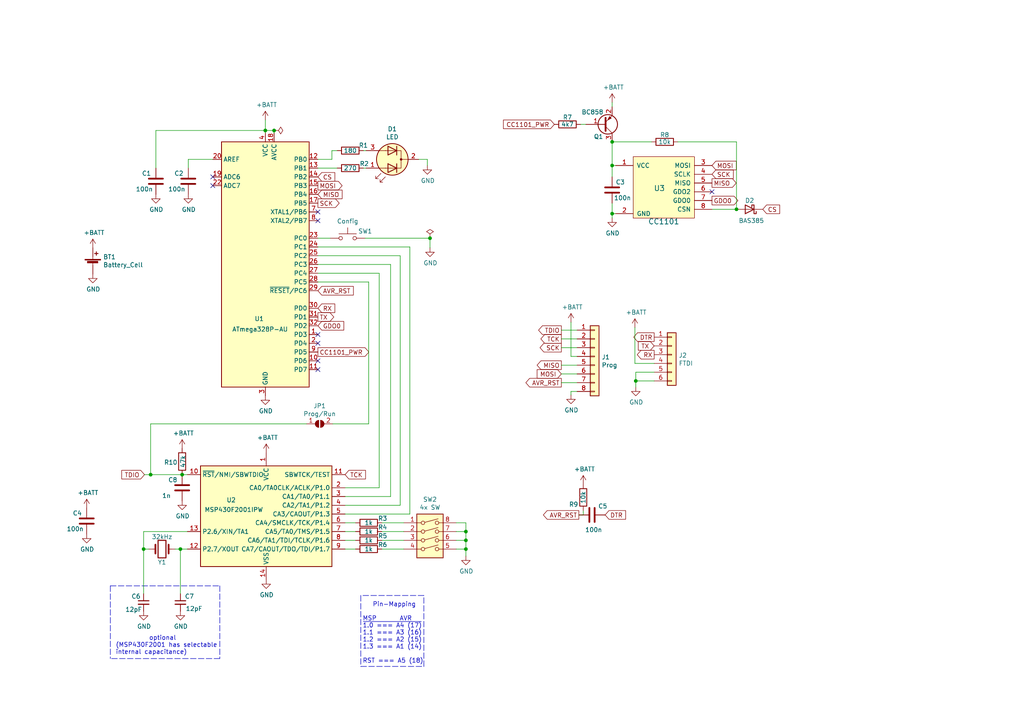
<source format=kicad_sch>
(kicad_sch (version 20210621) (generator eeschema)
  (paper "A4")
  (lib_symbols
    (symbol "Connector_Generic:Conn_01x06" (pin_names (offset 1.016) hide)
      (property "Reference" "J" (at 0 7.62 0))
      (property "Value" "Connector_Generic_Conn_01x06" (at 0 -10.16 0))
      (symbol "Conn_01x06_1_1"
        (rectangle (start -1.27 -7.493) (end 0 -7.747) (stroke (width 0.1524)))
        (rectangle (start -1.27 -4.953) (end 0 -5.207) (stroke (width 0.1524)))
        (rectangle (start -1.27 -2.413) (end 0 -2.667) (stroke (width 0.1524)))
        (rectangle (start -1.27 0.127) (end 0 -0.127) (stroke (width 0.1524)))
        (rectangle (start -1.27 2.667) (end 0 2.413) (stroke (width 0.1524)))
        (rectangle (start -1.27 5.207) (end 0 4.953) (stroke (width 0.1524)))
        (rectangle (start -1.27 6.35) (end 1.27 -8.89) (stroke (width 0.254)) (fill (type background)))
        (pin passive line (at -5.08 5.08 0) (length 3.81) (name "Pin_1") (number "1"))
        (pin passive line (at -5.08 2.54 0) (length 3.81) (name "Pin_2") (number "2"))
        (pin passive line (at -5.08 0 0) (length 3.81) (name "Pin_3") (number "3"))
        (pin passive line (at -5.08 -2.54 0) (length 3.81) (name "Pin_4") (number "4"))
        (pin passive line (at -5.08 -5.08 0) (length 3.81) (name "Pin_5") (number "5"))
        (pin passive line (at -5.08 -7.62 0) (length 3.81) (name "Pin_6") (number "6"))
      )
    )
    (symbol "Connector_Generic:Conn_01x08" (pin_names (offset 1.016) hide)
      (property "Reference" "J" (at 0 10.16 0))
      (property "Value" "Connector_Generic_Conn_01x08" (at 0 -12.7 0))
      (symbol "Conn_01x08_1_1"
        (rectangle (start -1.27 -10.033) (end 0 -10.287) (stroke (width 0.1524)))
        (rectangle (start -1.27 -7.493) (end 0 -7.747) (stroke (width 0.1524)))
        (rectangle (start -1.27 -4.953) (end 0 -5.207) (stroke (width 0.1524)))
        (rectangle (start -1.27 -2.413) (end 0 -2.667) (stroke (width 0.1524)))
        (rectangle (start -1.27 0.127) (end 0 -0.127) (stroke (width 0.1524)))
        (rectangle (start -1.27 2.667) (end 0 2.413) (stroke (width 0.1524)))
        (rectangle (start -1.27 5.207) (end 0 4.953) (stroke (width 0.1524)))
        (rectangle (start -1.27 7.747) (end 0 7.493) (stroke (width 0.1524)))
        (rectangle (start -1.27 8.89) (end 1.27 -11.43) (stroke (width 0.254)) (fill (type background)))
        (pin passive line (at -5.08 7.62 0) (length 3.81) (name "Pin_1") (number "1"))
        (pin passive line (at -5.08 5.08 0) (length 3.81) (name "Pin_2") (number "2"))
        (pin passive line (at -5.08 2.54 0) (length 3.81) (name "Pin_3") (number "3"))
        (pin passive line (at -5.08 0 0) (length 3.81) (name "Pin_4") (number "4"))
        (pin passive line (at -5.08 -2.54 0) (length 3.81) (name "Pin_5") (number "5"))
        (pin passive line (at -5.08 -5.08 0) (length 3.81) (name "Pin_6") (number "6"))
        (pin passive line (at -5.08 -7.62 0) (length 3.81) (name "Pin_7") (number "7"))
        (pin passive line (at -5.08 -10.16 0) (length 3.81) (name "Pin_8") (number "8"))
      )
    )
    (symbol "Device:Battery_Cell" (pin_numbers hide) (pin_names (offset 0) hide)
      (property "Reference" "BT" (at 2.54 2.54 0))
      (property "Value" "Device_Battery_Cell" (at 2.54 0 0))
      (symbol "Battery_Cell_0_1"
        (rectangle (start -2.286 1.778) (end 2.286 1.524) (fill (type outline)))
        (rectangle (start -1.5748 1.1938) (end 1.4732 0.6858) (fill (type outline)))
        (polyline (pts (xy 0 0.762) (xy 0 0)))
        (polyline (pts (xy 0 1.778) (xy 0 2.54)))
        (polyline (pts (xy 0.508 3.429) (xy 1.524 3.429)) (stroke (width 0.254)))
        (polyline (pts (xy 1.016 3.937) (xy 1.016 2.921)) (stroke (width 0.254)))
      )
      (symbol "Battery_Cell_1_1"
        (pin passive line (at 0 5.08 270) (length 2.54) (name "+") (number "1"))
        (pin passive line (at 0 -2.54 90) (length 2.54) (name "-") (number "2"))
      )
    )
    (symbol "Device:C" (pin_numbers hide) (pin_names (offset 0.254))
      (property "Reference" "C" (at 0.635 2.54 0))
      (property "Value" "Device_C" (at 0.635 -2.54 0))
      (symbol "C_0_1"
        (polyline (pts (xy -2.032 -0.762) (xy 2.032 -0.762)) (stroke (width 0.508)))
        (polyline (pts (xy -2.032 0.762) (xy 2.032 0.762)) (stroke (width 0.508)))
      )
      (symbol "C_1_1"
        (pin passive line (at 0 3.81 270) (length 2.794) (name "~") (number "1"))
        (pin passive line (at 0 -3.81 90) (length 2.794) (name "~") (number "2"))
      )
    )
    (symbol "Device:C_Small" (pin_numbers hide) (pin_names (offset 0.254) hide)
      (property "Reference" "C" (at 0.254 1.778 0))
      (property "Value" "Device_C_Small" (at 0.254 -2.032 0))
      (symbol "C_Small_0_1"
        (polyline (pts (xy -1.524 -0.508) (xy 1.524 -0.508)) (stroke (width 0.3302)))
        (polyline (pts (xy -1.524 0.508) (xy 1.524 0.508)) (stroke (width 0.3048)))
      )
      (symbol "C_Small_1_1"
        (pin passive line (at 0 2.54 270) (length 2.032) (name "~") (number "1"))
        (pin passive line (at 0 -2.54 90) (length 2.032) (name "~") (number "2"))
      )
    )
    (symbol "Device:Crystal" (pin_numbers hide) (pin_names (offset 1.016) hide)
      (property "Reference" "Y" (at 0 3.81 0))
      (property "Value" "Device_Crystal" (at 0 -3.81 0))
      (symbol "Crystal_0_1"
        (rectangle (start -1.143 2.54) (end 1.143 -2.54) (stroke (width 0.3048)))
        (polyline (pts (xy -2.54 0) (xy -1.905 0)))
        (polyline (pts (xy -1.905 -1.27) (xy -1.905 1.27)) (stroke (width 0.508)))
        (polyline (pts (xy 1.905 -1.27) (xy 1.905 1.27)) (stroke (width 0.508)))
        (polyline (pts (xy 2.54 0) (xy 1.905 0)))
      )
      (symbol "Crystal_1_1"
        (pin passive line (at -3.81 0 0) (length 1.27) (name "1") (number "1"))
        (pin passive line (at 3.81 0 180) (length 1.27) (name "2") (number "2"))
      )
    )
    (symbol "Device:LED_Dual_ACA" (pin_names (offset 0) hide)
      (property "Reference" "D" (at 0 5.715 0))
      (property "Value" "Device_LED_Dual_ACA" (at 0 -6.35 0))
      (symbol "LED_Dual_ACA_0_1"
        (circle (center -2.54 0) (radius 0.2794) (fill (type outline)))
        (polyline (pts (xy -4.572 0) (xy -2.54 0)))
        (polyline (pts (xy -1.27 -1.27) (xy -1.27 -3.81)) (stroke (width 0.254)))
        (polyline (pts (xy -1.27 1.27) (xy -1.27 3.81)) (stroke (width 0.254)))
        (polyline (pts (xy 3.81 -2.54) (xy 1.905 -2.54)))
        (polyline (pts (xy 3.81 2.54) (xy 1.905 2.54)))
        (polyline (pts (xy 1.27 -3.81) (xy 1.27 -1.27) (xy -1.27 -2.54) (xy 1.27 -3.81)) (stroke (width 0.254)))
        (polyline (pts (xy 1.27 1.27) (xy 1.27 3.81) (xy -1.27 2.54) (xy 1.27 1.27)) (stroke (width 0.254)))
        (polyline (pts (xy 2.032 2.54) (xy -2.54 2.54) (xy -2.54 -2.54) (xy 2.032 -2.54)))
        (polyline (pts (xy 2.032 5.08) (xy 3.556 6.604) (xy 2.794 6.604) (xy 3.556 6.604) (xy 3.556 5.842)))
        (polyline (pts (xy 3.302 4.064) (xy 4.826 5.588) (xy 4.064 5.588) (xy 4.826 5.588) (xy 4.826 4.826)))
        (circle (center 0 0) (radius 4.572) (stroke (width 0.254)) (fill (type background)))
      )
      (symbol "LED_Dual_ACA_1_1"
        (pin input line (at 7.62 2.54 180) (length 3.81) (name "A1") (number "1"))
        (pin input line (at -7.62 0 0) (length 3.048) (name "K") (number "2"))
        (pin input line (at 7.62 -2.54 180) (length 3.81) (name "A2") (number "3"))
      )
    )
    (symbol "Device:R" (pin_numbers hide) (pin_names (offset 0))
      (property "Reference" "R" (at 2.032 0 90))
      (property "Value" "Device_R" (at 0 0 90))
      (symbol "R_0_1"
        (rectangle (start -1.016 -2.54) (end 1.016 2.54) (stroke (width 0.254)))
      )
      (symbol "R_1_1"
        (pin passive line (at 0 3.81 270) (length 1.27) (name "~") (number "1"))
        (pin passive line (at 0 -3.81 90) (length 1.27) (name "~") (number "2"))
      )
    )
    (symbol "Diode:1N5711UR" (pin_numbers hide) (pin_names (offset 1.016) hide)
      (property "Reference" "D" (at 0 2.54 0))
      (property "Value" "Diode_1N5711UR" (at 0 -2.54 0))
      (symbol "1N5711UR_0_1"
        (polyline (pts (xy 1.27 0) (xy -1.27 0)))
        (polyline (pts (xy 1.27 1.27) (xy 1.27 -1.27) (xy -1.27 0) (xy 1.27 1.27)) (stroke (width 0.254)))
        (polyline (pts (xy -1.905 0.635) (xy -1.905 1.27) (xy -1.27 1.27) (xy -1.27 -1.27) (xy -0.635 -1.27) (xy -0.635 -0.635)) (stroke (width 0.254)))
      )
      (symbol "1N5711UR_1_1"
        (pin passive line (at -3.81 0 0) (length 2.54) (name "K") (number "1"))
        (pin passive line (at 3.81 0 180) (length 2.54) (name "A") (number "2"))
      )
    )
    (symbol "Jumper:SolderJumper_2_Open" (pin_names (offset 0) hide)
      (property "Reference" "JP" (at 0 2.032 0))
      (property "Value" "Jumper_SolderJumper_2_Open" (at 0 -2.54 0))
      (symbol "SolderJumper_2_Open_0_1"
        (arc (start -0.254 1.016) (mid -1.27 0) (end -0.254 -1.016))
        (arc (start -0.254 1.016) (mid -1.27 0) (end -0.254 -1.016) (fill (type outline)))
        (polyline (pts (xy -0.254 1.016) (xy -0.254 -1.016)))
        (polyline (pts (xy 0.254 1.016) (xy 0.254 -1.016)))
        (arc (start 0.254 -1.016) (mid 1.27 0) (end 0.254 1.016))
        (arc (start 0.254 -1.016) (mid 1.27 0) (end 0.254 1.016) (fill (type outline)))
      )
      (symbol "SolderJumper_2_Open_1_1"
        (pin passive line (at -3.81 0 0) (length 2.54) (name "A") (number "1"))
        (pin passive line (at 3.81 0 180) (length 2.54) (name "B") (number "2"))
      )
    )
    (symbol "MCU_Microchip_ATmega:ATmega328P-AU"
      (property "Reference" "U" (at -12.7 36.83 0))
      (property "Value" "MCU_Microchip_ATmega_ATmega328P-AU" (at 2.54 -36.83 0))
      (symbol "ATmega328P-AU_0_1"
        (rectangle (start -12.7 -35.56) (end 12.7 35.56) (stroke (width 0.254)) (fill (type background)))
      )
      (symbol "ATmega328P-AU_1_1"
        (pin bidirectional line (at 15.24 -20.32 180) (length 2.54) (name "PD3") (number "1"))
        (pin bidirectional line (at 15.24 -27.94 180) (length 2.54) (name "PD6") (number "10"))
        (pin bidirectional line (at 15.24 -30.48 180) (length 2.54) (name "PD7") (number "11"))
        (pin bidirectional line (at 15.24 30.48 180) (length 2.54) (name "PB0") (number "12"))
        (pin bidirectional line (at 15.24 27.94 180) (length 2.54) (name "PB1") (number "13"))
        (pin bidirectional line (at 15.24 25.4 180) (length 2.54) (name "PB2") (number "14"))
        (pin bidirectional line (at 15.24 22.86 180) (length 2.54) (name "PB3") (number "15"))
        (pin bidirectional line (at 15.24 20.32 180) (length 2.54) (name "PB4") (number "16"))
        (pin bidirectional line (at 15.24 17.78 180) (length 2.54) (name "PB5") (number "17"))
        (pin power_in line (at 2.54 38.1 270) (length 2.54) (name "AVCC") (number "18"))
        (pin input line (at -15.24 25.4 0) (length 2.54) (name "ADC6") (number "19"))
        (pin bidirectional line (at 15.24 -22.86 180) (length 2.54) (name "PD4") (number "2"))
        (pin passive line (at -15.24 30.48 0) (length 2.54) (name "AREF") (number "20"))
        (pin passive line (at 0 -38.1 90) (length 2.54) hide (name "GND") (number "21"))
        (pin input line (at -15.24 22.86 0) (length 2.54) (name "ADC7") (number "22"))
        (pin bidirectional line (at 15.24 7.62 180) (length 2.54) (name "PC0") (number "23"))
        (pin bidirectional line (at 15.24 5.08 180) (length 2.54) (name "PC1") (number "24"))
        (pin bidirectional line (at 15.24 2.54 180) (length 2.54) (name "PC2") (number "25"))
        (pin bidirectional line (at 15.24 0 180) (length 2.54) (name "PC3") (number "26"))
        (pin bidirectional line (at 15.24 -2.54 180) (length 2.54) (name "PC4") (number "27"))
        (pin bidirectional line (at 15.24 -5.08 180) (length 2.54) (name "PC5") (number "28"))
        (pin bidirectional line (at 15.24 -7.62 180) (length 2.54) (name "~{RESET}/PC6") (number "29"))
        (pin power_in line (at 0 -38.1 90) (length 2.54) (name "GND") (number "3"))
        (pin bidirectional line (at 15.24 -12.7 180) (length 2.54) (name "PD0") (number "30"))
        (pin bidirectional line (at 15.24 -15.24 180) (length 2.54) (name "PD1") (number "31"))
        (pin bidirectional line (at 15.24 -17.78 180) (length 2.54) (name "PD2") (number "32"))
        (pin power_in line (at 0 38.1 270) (length 2.54) (name "VCC") (number "4"))
        (pin passive line (at 0 -38.1 90) (length 2.54) hide (name "GND") (number "5"))
        (pin passive line (at 0 38.1 270) (length 2.54) hide (name "VCC") (number "6"))
        (pin bidirectional line (at 15.24 15.24 180) (length 2.54) (name "XTAL1/PB6") (number "7"))
        (pin bidirectional line (at 15.24 12.7 180) (length 2.54) (name "XTAL2/PB7") (number "8"))
        (pin bidirectional line (at 15.24 -25.4 180) (length 2.54) (name "PD5") (number "9"))
      )
    )
    (symbol "MCU_Texas_MSP430:MSP430F2001IPW"
      (property "Reference" "U" (at -15.24 15.24 0))
      (property "Value" "MCU_Texas_MSP430_MSP430F2001IPW" (at 10.16 -16.51 0))
      (symbol "MSP430F2001IPW_0_1"
        (rectangle (start -19.05 13.97) (end 19.05 -15.24) (stroke (width 0.254)) (fill (type background)))
      )
      (symbol "MSP430F2001IPW_1_1"
        (pin power_in line (at 0 17.78 270) (length 3.81) (name "VCC") (number "1"))
        (pin input line (at -22.86 11.43 0) (length 3.81) (name "~{RST}/NMI/SBWTDIO") (number "10"))
        (pin input line (at 22.86 11.43 180) (length 3.81) (name "SBWTCK/TEST") (number "11"))
        (pin bidirectional line (at -22.86 -10.16 0) (length 3.81) (name "P2.7/XOUT") (number "12"))
        (pin bidirectional line (at -22.86 -5.08 0) (length 3.81) (name "P2.6/XIN/TA1") (number "13"))
        (pin power_in line (at 0 -19.05 90) (length 3.81) (name "VSS") (number "14"))
        (pin bidirectional line (at 22.86 7.62 180) (length 3.81) (name "CA0/TA0CLK/ACLK/P1.0") (number "2"))
        (pin bidirectional line (at 22.86 5.08 180) (length 3.81) (name "CA1/TA0/P1.1") (number "3"))
        (pin bidirectional line (at 22.86 2.54 180) (length 3.81) (name "CA2/TA1/P1.2") (number "4"))
        (pin bidirectional line (at 22.86 0 180) (length 3.81) (name "CA3/CAOUT/P1.3") (number "5"))
        (pin bidirectional line (at 22.86 -2.54 180) (length 3.81) (name "CA4/SMCLK/TCK/P1.4") (number "6"))
        (pin bidirectional line (at 22.86 -5.08 180) (length 3.81) (name "CA5/TA0/TMS/P1.5") (number "7"))
        (pin bidirectional line (at 22.86 -7.62 180) (length 3.81) (name "CA6/TA1/TDI/TCLK/P1.6") (number "8"))
        (pin bidirectional line (at 22.86 -10.16 180) (length 3.81) (name "CA7/CAOUT/TDO/TDI/P1.7") (number "9"))
      )
    )
    (symbol "Switch:SW_DIP_x04" (pin_names (offset 0) hide)
      (property "Reference" "SW" (at 0 8.89 0))
      (property "Value" "Switch_SW_DIP_x04" (at 0 -6.35 0))
      (symbol "SW_DIP_x04_0_0"
        (circle (center -2.032 -2.54) (radius 0.508))
        (circle (center -2.032 0) (radius 0.508))
        (circle (center -2.032 2.54) (radius 0.508))
        (circle (center -2.032 5.08) (radius 0.508))
        (polyline (pts (xy -1.524 -2.3876) (xy 2.3622 -1.3462)))
        (polyline (pts (xy -1.524 0.127) (xy 2.3622 1.1684)))
        (polyline (pts (xy -1.524 2.667) (xy 2.3622 3.7084)))
        (polyline (pts (xy -1.524 5.207) (xy 2.3622 6.2484)))
        (circle (center 2.032 -2.54) (radius 0.508))
        (circle (center 2.032 0) (radius 0.508))
        (circle (center 2.032 2.54) (radius 0.508))
        (circle (center 2.032 5.08) (radius 0.508))
      )
      (symbol "SW_DIP_x04_0_1"
        (rectangle (start -3.81 7.62) (end 3.81 -5.08) (stroke (width 0.254)) (fill (type background)))
      )
      (symbol "SW_DIP_x04_1_1"
        (pin passive line (at -7.62 5.08 0) (length 5.08) (name "~") (number "1"))
        (pin passive line (at -7.62 2.54 0) (length 5.08) (name "~") (number "2"))
        (pin passive line (at -7.62 0 0) (length 5.08) (name "~") (number "3"))
        (pin passive line (at -7.62 -2.54 0) (length 5.08) (name "~") (number "4"))
        (pin passive line (at 7.62 -2.54 180) (length 5.08) (name "~") (number "5"))
        (pin passive line (at 7.62 0 180) (length 5.08) (name "~") (number "6"))
        (pin passive line (at 7.62 2.54 180) (length 5.08) (name "~") (number "7"))
        (pin passive line (at 7.62 5.08 180) (length 5.08) (name "~") (number "8"))
      )
    )
    (symbol "Switch:SW_Push" (pin_numbers hide) (pin_names (offset 1.016) hide)
      (property "Reference" "SW" (at 1.27 2.54 0))
      (property "Value" "Switch_SW_Push" (at 0 -1.524 0))
      (symbol "SW_Push_0_1"
        (circle (center -2.032 0) (radius 0.508))
        (polyline (pts (xy 0 1.27) (xy 0 3.048)))
        (polyline (pts (xy 2.54 1.27) (xy -2.54 1.27)))
        (circle (center 2.032 0) (radius 0.508))
        (pin passive line (at -5.08 0 0) (length 2.54) (name "1") (number "1"))
        (pin passive line (at 5.08 0 180) (length 2.54) (name "2") (number "2"))
      )
    )
    (symbol "Transistor_BJT:BC858" (pin_names (offset 0) hide)
      (property "Reference" "Q" (at 5.08 1.905 0))
      (property "Value" "Transistor_BJT_BC858" (at 5.08 0 0))
      (symbol "BC858_0_1"
        (polyline (pts (xy 0.635 0.635) (xy 2.54 2.54)))
        (polyline (pts (xy 0.635 -0.635) (xy 2.54 -2.54) (xy 2.54 -2.54)))
        (polyline (pts (xy 0.635 1.905) (xy 0.635 -1.905) (xy 0.635 -1.905)) (stroke (width 0.508)))
        (polyline (pts (xy 2.286 -1.778) (xy 1.778 -2.286) (xy 1.27 -1.27) (xy 2.286 -1.778) (xy 2.286 -1.778)) (fill (type outline)))
        (circle (center 1.27 0) (radius 2.8194) (stroke (width 0.254)))
      )
      (symbol "BC858_1_1"
        (pin input line (at -5.08 0 0) (length 5.715) (name "B") (number "1"))
        (pin passive line (at 2.54 -5.08 90) (length 2.54) (name "E") (number "2"))
        (pin passive line (at 2.54 5.08 270) (length 2.54) (name "C") (number "3"))
      )
    )
    (symbol "cc1101:CC1101" (pin_names (offset 1.016))
      (property "Reference" "U" (at -1.27 17.78 0))
      (property "Value" "CC1101" (at 10.16 -2.54 0))
      (symbol "CC1101_0_1"
        (rectangle (start -2.54 16.51) (end 15.24 -1.27) (fill (type background)))
      )
      (symbol "CC1101_1_1"
        (pin power_in line (at -7.62 13.97 0) (length 5.08) (name "VCC") (number "1"))
        (pin power_in line (at -7.62 0 0) (length 5.08) (name "GND") (number "2"))
        (pin input line (at 20.32 13.97 180) (length 5.08) (name "MOSI") (number "3"))
        (pin input line (at 20.32 11.43 180) (length 5.08) (name "SCLK") (number "4"))
        (pin output line (at 20.32 8.89 180) (length 5.08) (name "MISO") (number "5"))
        (pin output line (at 20.32 6.35 180) (length 5.08) (name "GDO2") (number "6"))
        (pin output line (at 20.32 3.81 180) (length 5.08) (name "GDO0") (number "7"))
        (pin input line (at 20.32 1.27 180) (length 5.08) (name "CSN") (number "8"))
      )
    )
    (symbol "power:+BATT" (power) (pin_names (offset 0))
      (property "Value" "power_+BATT" (at 0 3.556 0))
      (symbol "+BATT_0_1"
        (polyline (pts (xy -0.762 1.27) (xy 0 2.54)))
        (polyline (pts (xy 0 0) (xy 0 2.54)))
        (polyline (pts (xy 0 2.54) (xy 0.762 1.27)))
      )
      (symbol "+BATT_1_1"
        (pin power_in line (at 0 0 90) (length 0) hide (name "+BATT") (number "1"))
      )
    )
    (symbol "power:GND" (power) (pin_names (offset 0))
      (property "Value" "power_GND" (at 0 -3.81 0))
      (symbol "GND_0_1"
        (polyline (pts (xy 0 0) (xy 0 -1.27) (xy 1.27 -1.27) (xy 0 -2.54) (xy -1.27 -1.27) (xy 0 -1.27)))
      )
      (symbol "GND_1_1"
        (pin power_in line (at 0 0 270) (length 0) hide (name "GND") (number "1"))
      )
    )
    (symbol "power:PWR_FLAG" (power) (pin_numbers hide) (pin_names (offset 0) hide)
      (property "Value" "power_PWR_FLAG" (at 0 3.81 0))
      (symbol "PWR_FLAG_0_0"
        (pin power_out line (at 0 0 90) (length 0) (name "pwr") (number "1"))
      )
      (symbol "PWR_FLAG_0_1"
        (polyline (pts (xy 0 0) (xy 0 1.27) (xy -1.016 1.905) (xy 0 2.54) (xy 1.016 1.905) (xy 0 1.27)))
      )
    )
  )
  (junction (at 135.128 156.718))
  (junction (at 124.714 69.088))
  (junction (at 135.128 159.258))
  (junction (at 184.404 110.49))
  (junction (at 43.688 137.668))
  (junction (at 52.324 159.258))
  (junction (at 177.546 48.006))
  (junction (at 79.502 37.846))
  (junction (at 177.546 61.976))
  (junction (at 177.546 41.148))
  (junction (at 41.656 159.258))
  (junction (at 76.962 37.846))
  (junction (at 52.832 137.668))
  (junction (at 213.614 60.706))
  (junction (at 135.128 154.178))
  (no_connect (at 92.202 107.188))
  (no_connect (at 206.502 55.626))
  (no_connect (at 92.202 99.568))
  (no_connect (at 92.202 97.028))
  (no_connect (at 92.202 61.468))
  (no_connect (at 61.722 53.848))
  (no_connect (at 92.202 64.008))
  (no_connect (at 61.722 51.308))
  (no_connect (at 92.202 104.648))
  (wire (pts (xy 110.744 156.718) (xy 117.094 156.718)))
  (wire (pts (xy 117.094 154.178) (xy 110.744 154.178)))
  (wire (pts (xy 50.8 159.258) (xy 52.324 159.258)))
  (wire (pts (xy 168.402 36.068) (xy 169.926 36.068)))
  (wire (pts (xy 100.076 156.718) (xy 103.124 156.718)))
  (wire (pts (xy 96.266 43.688) (xy 97.79 43.688)))
  (polyline (pts (xy 104.648 193.294) (xy 122.936 193.294)))
  (wire (pts (xy 100.076 141.478) (xy 109.982 141.478)))
  (wire (pts (xy 167.894 149.352) (xy 169.164 149.352)))
  (wire (pts (xy 189.738 107.95) (xy 184.404 107.95)))
  (wire (pts (xy 165.608 93.472) (xy 165.608 103.378)))
  (wire (pts (xy 184.15 94.996) (xy 184.15 105.41)))
  (wire (pts (xy 76.962 37.846) (xy 76.962 38.608)))
  (wire (pts (xy 117.094 159.258) (xy 110.744 159.258)))
  (wire (pts (xy 124.714 69.088) (xy 124.714 71.882)))
  (wire (pts (xy 92.202 76.708) (xy 113.284 76.708)))
  (wire (pts (xy 206.502 60.706) (xy 213.614 60.706)))
  (wire (pts (xy 96.52 122.936) (xy 106.934 122.936)))
  (wire (pts (xy 177.546 48.006) (xy 177.546 51.308)))
  (wire (pts (xy 41.656 159.258) (xy 43.18 159.258)))
  (wire (pts (xy 177.546 41.148) (xy 177.546 48.006)))
  (wire (pts (xy 103.124 154.178) (xy 100.076 154.178)))
  (wire (pts (xy 135.128 159.258) (xy 135.128 156.718)))
  (wire (pts (xy 135.128 159.258) (xy 135.128 161.29)))
  (wire (pts (xy 135.128 151.638) (xy 135.128 154.178)))
  (wire (pts (xy 162.814 110.998) (xy 167.386 110.998)))
  (wire (pts (xy 132.334 159.258) (xy 135.128 159.258)))
  (wire (pts (xy 45.212 37.846) (xy 45.212 48.768)))
  (wire (pts (xy 105.41 43.688) (xy 106.172 43.688)))
  (wire (pts (xy 165.608 103.378) (xy 167.386 103.378)))
  (wire (pts (xy 213.614 60.706) (xy 213.614 41.148)))
  (wire (pts (xy 135.128 154.178) (xy 132.334 154.178)))
  (wire (pts (xy 169.164 149.352) (xy 169.164 148.082)))
  (wire (pts (xy 43.688 122.936) (xy 88.9 122.936)))
  (wire (pts (xy 100.076 146.558) (xy 116.078 146.558)))
  (wire (pts (xy 116.078 146.558) (xy 116.078 74.168)))
  (wire (pts (xy 92.202 71.628) (xy 118.872 71.628)))
  (wire (pts (xy 188.976 41.148) (xy 177.546 41.148)))
  (wire (pts (xy 162.814 108.458) (xy 167.386 108.458)))
  (wire (pts (xy 177.546 29.718) (xy 177.546 30.988)))
  (wire (pts (xy 109.982 141.478) (xy 109.982 79.248)))
  (wire (pts (xy 167.386 113.538) (xy 165.608 113.538)))
  (wire (pts (xy 92.202 69.088) (xy 95.758 69.088)))
  (wire (pts (xy 184.15 105.41) (xy 189.738 105.41)))
  (wire (pts (xy 76.962 37.846) (xy 45.212 37.846)))
  (wire (pts (xy 189.738 110.49) (xy 184.404 110.49)))
  (wire (pts (xy 178.562 61.976) (xy 177.546 61.976)))
  (polyline (pts (xy 122.936 172.72) (xy 104.648 172.72)))
  (wire (pts (xy 123.952 46.228) (xy 123.952 48.006)))
  (wire (pts (xy 177.546 58.928) (xy 177.546 61.976)))
  (wire (pts (xy 100.076 151.638) (xy 103.124 151.638)))
  (wire (pts (xy 113.284 76.708) (xy 113.284 144.018)))
  (wire (pts (xy 162.814 100.838) (xy 167.386 100.838)))
  (wire (pts (xy 121.412 46.228) (xy 123.952 46.228)))
  (wire (pts (xy 41.656 159.258) (xy 41.656 172.212)))
  (wire (pts (xy 105.918 69.088) (xy 124.714 69.088)))
  (wire (pts (xy 52.832 137.668) (xy 43.688 137.668)))
  (wire (pts (xy 92.202 46.228) (xy 96.266 46.228)))
  (wire (pts (xy 184.404 107.95) (xy 184.404 110.49)))
  (polyline (pts (xy 122.936 193.294) (xy 122.936 172.72)))
  (wire (pts (xy 52.832 137.668) (xy 54.356 137.668)))
  (wire (pts (xy 79.502 38.608) (xy 79.502 37.846)))
  (wire (pts (xy 96.266 46.228) (xy 96.266 43.688)))
  (wire (pts (xy 43.688 137.668) (xy 41.91 137.668)))
  (wire (pts (xy 79.502 37.846) (xy 76.962 37.846)))
  (wire (pts (xy 135.128 156.718) (xy 135.128 154.178)))
  (wire (pts (xy 109.982 79.248) (xy 92.202 79.248)))
  (polyline (pts (xy 32.004 169.926) (xy 32.004 191.008)))
  (polyline (pts (xy 32.004 169.926) (xy 63.754 169.926)))
  (polyline (pts (xy 63.754 191.008) (xy 32.004 191.008)))
  (polyline (pts (xy 63.754 169.926) (xy 63.754 191.008)))
  (wire (pts (xy 132.334 151.638) (xy 135.128 151.638)))
  (wire (pts (xy 52.324 159.258) (xy 54.356 159.258)))
  (wire (pts (xy 184.404 110.49) (xy 184.404 112.268)))
  (wire (pts (xy 110.744 151.638) (xy 117.094 151.638)))
  (wire (pts (xy 54.61 46.228) (xy 54.61 48.768)))
  (wire (pts (xy 106.934 122.936) (xy 106.934 81.788)))
  (wire (pts (xy 162.814 105.918) (xy 167.386 105.918)))
  (wire (pts (xy 106.934 81.788) (xy 92.202 81.788)))
  (wire (pts (xy 103.124 159.258) (xy 100.076 159.258)))
  (wire (pts (xy 167.386 98.298) (xy 162.814 98.298)))
  (wire (pts (xy 52.324 172.212) (xy 52.324 159.258)))
  (wire (pts (xy 76.962 34.798) (xy 76.962 37.846)))
  (wire (pts (xy 43.688 137.668) (xy 43.688 122.936)))
  (wire (pts (xy 105.41 48.768) (xy 106.172 48.768)))
  (wire (pts (xy 100.076 149.098) (xy 118.872 149.098)))
  (wire (pts (xy 177.546 48.006) (xy 178.562 48.006)))
  (wire (pts (xy 54.356 154.178) (xy 41.656 154.178)))
  (wire (pts (xy 92.202 48.768) (xy 97.79 48.768)))
  (wire (pts (xy 177.546 61.976) (xy 177.546 63.246)))
  (wire (pts (xy 162.814 95.758) (xy 167.386 95.758)))
  (wire (pts (xy 132.334 156.718) (xy 135.128 156.718)))
  (wire (pts (xy 100.076 144.018) (xy 113.284 144.018)))
  (wire (pts (xy 165.608 113.538) (xy 165.608 114.554)))
  (polyline (pts (xy 104.648 172.72) (xy 104.648 193.294)))
  (wire (pts (xy 61.722 46.228) (xy 54.61 46.228)))
  (wire (pts (xy 41.656 154.178) (xy 41.656 159.258)))
  (wire (pts (xy 118.872 71.628) (xy 118.872 149.098)))
  (wire (pts (xy 116.078 74.168) (xy 92.202 74.168)))
  (wire (pts (xy 213.614 41.148) (xy 196.596 41.148)))
  (text "   Pin-Mapping\n\nMSP       AVR\n~{1.0 === A4 (17)}\n1.1 === A3 (16)\n1.2 === A2 (15)\n1.3 === A1 (14)\n\nRST === A5 (18)" (at 105.156 192.532 0) (effects (font (size 1.27 1.27)) (justify left bottom)))
  (text "          optional\n(MSP430F2001 has selectable \ninternal capacitance)" (at 33.528 189.992 0) (effects (font (size 1.27 1.27)) (justify left bottom)))
  (global_label "AVR_RST" (shape output) (at 167.894 149.352 180) (property "Intersheet References" "${INTERSHEET_REFS}" (effects hide)))
  (global_label "TCK" (shape input) (at 100.076 137.668 0) (property "Intersheet References" "${INTERSHEET_REFS}" (effects hide)))
  (global_label "TCK" (shape output) (at 162.814 98.298 180) (property "Intersheet References" "${INTERSHEET_REFS}" (effects hide)))
  (global_label "CC1101_PWR" (shape output) (at 92.202 102.108 0) (property "Intersheet References" "${INTERSHEET_REFS}" (effects hide)))
  (global_label "TDIO" (shape input) (at 41.91 137.668 180) (property "Intersheet References" "${INTERSHEET_REFS}" (effects hide)))
  (global_label "DTR" (shape input) (at 175.514 149.352 0) (property "Intersheet References" "${INTERSHEET_REFS}" (effects hide)))
  (global_label "CS" (shape input) (at 92.202 51.308 0) (property "Intersheet References" "${INTERSHEET_REFS}" (effects hide)))
  (global_label "MISO" (shape input) (at 92.202 56.388 0) (property "Intersheet References" "${INTERSHEET_REFS}" (effects hide)))
  (global_label "MOSI" (shape input) (at 206.502 48.006 0) (property "Intersheet References" "${INTERSHEET_REFS}" (effects hide)))
  (global_label "SCK" (shape output) (at 162.814 100.838 180) (property "Intersheet References" "${INTERSHEET_REFS}" (effects hide)))
  (global_label "SCK" (shape input) (at 206.502 50.546 0) (property "Intersheet References" "${INTERSHEET_REFS}" (effects hide)))
  (global_label "RX" (shape input) (at 92.202 89.408 0) (property "Intersheet References" "${INTERSHEET_REFS}" (effects hide)))
  (global_label "MOSI" (shape output) (at 92.202 53.848 0) (property "Intersheet References" "${INTERSHEET_REFS}" (effects hide)))
  (global_label "TX" (shape output) (at 92.202 91.948 0) (property "Intersheet References" "${INTERSHEET_REFS}" (effects hide)))
  (global_label "AVR_RST" (shape input) (at 92.202 84.328 0) (property "Intersheet References" "${INTERSHEET_REFS}" (effects hide)))
  (global_label "DTR" (shape output) (at 189.738 97.79 180) (property "Intersheet References" "${INTERSHEET_REFS}" (effects hide)))
  (global_label "TX" (shape input) (at 189.738 100.33 180) (property "Intersheet References" "${INTERSHEET_REFS}" (effects hide)))
  (global_label "TDIO" (shape output) (at 162.814 95.758 180) (property "Intersheet References" "${INTERSHEET_REFS}" (effects hide)))
  (global_label "CC1101_PWR" (shape input) (at 160.782 36.068 180) (property "Intersheet References" "${INTERSHEET_REFS}" (effects hide)))
  (global_label "AVR_RST" (shape output) (at 162.814 110.998 180) (property "Intersheet References" "${INTERSHEET_REFS}" (effects hide)))
  (global_label "RX" (shape output) (at 189.738 102.87 180) (property "Intersheet References" "${INTERSHEET_REFS}" (effects hide)))
  (global_label "MISO" (shape output) (at 206.502 53.086 0) (property "Intersheet References" "${INTERSHEET_REFS}" (effects hide)))
  (global_label "CS" (shape input) (at 221.234 60.706 0) (property "Intersheet References" "${INTERSHEET_REFS}" (effects hide)))
  (global_label "MISO" (shape output) (at 162.814 105.918 180) (property "Intersheet References" "${INTERSHEET_REFS}" (effects hide)))
  (global_label "GDO0" (shape output) (at 206.502 58.166 0) (property "Intersheet References" "${INTERSHEET_REFS}" (effects hide)))
  (global_label "MOSI" (shape input) (at 162.814 108.458 180) (property "Intersheet References" "${INTERSHEET_REFS}" (effects hide)))
  (global_label "GDO0" (shape input) (at 92.202 94.488 0) (property "Intersheet References" "${INTERSHEET_REFS}" (effects hide)))
  (global_label "SCK" (shape output) (at 92.202 58.928 0) (property "Intersheet References" "${INTERSHEET_REFS}" (effects hide)))
  (symbol (lib_id "MCU_Texas_MSP430:MSP430F2001IPW") (at 77.216 149.098 0) (unit 1)
    (property "Reference" "U2" (at 67.056 145.034 0))
    (property "Value" "MSP430F2001IPW" (at 67.818 147.828 0))
    (property "Footprint" "Package_SO:TSSOP-14_4.4x5mm_P0.65mm" (effects hide))
    (property "Datasheet" "http://www.ti.com/lit/ds/symlink/msp430f2001.pdf" (effects hide))
  )
  (symbol (lib_id "MCU_Microchip_ATmega:ATmega328P-AU") (at 76.962 76.708 0) (unit 1)
    (property "Reference" "U1" (at 75.184 92.456 0))
    (property "Value" "ATmega328P-AU" (at 75.438 95.504 0))
    (property "Footprint" "Package_QFP:TQFP-32_7x7mm_P0.8mm" (effects hide))
    (property "Datasheet" "http://ww1.microchip.com/downloads/en/DeviceDoc/ATmega328_P%20AVR%20MCU%20with%20picoPower%20Technology%20Data%20Sheet%2040001984A.pdf" (effects hide))
  )
  (symbol (lib_id "cc1101:CC1101") (at 186.182 61.976 0) (unit 1)
    (property "Reference" "U3" (at 191.262 54.61 0) (effects (font (size 1.524 1.524))))
    (property "Value" "CC1101" (at 192.532 64.262 0) (effects (font (size 1.524 1.524))))
    (property "Footprint" "additional:CC1101_Pads" (effects hide))
  )
  (symbol (lib_id "power:GND") (at 76.962 114.808 0) (unit 1)
    (property "Reference" "#PWR0101" (effects hide))
    (property "Value" "GND" (at 77.089 119.2022 0))
  )
  (symbol (lib_id "power:GND") (at 77.216 168.148 0) (unit 1)
    (property "Reference" "#PWR0102" (effects hide))
    (property "Value" "GND" (at 77.343 172.5422 0))
  )
  (symbol (lib_id "power:GND") (at 177.546 63.246 0) (unit 1)
    (property "Reference" "#PWR0103" (effects hide))
    (property "Value" "GND" (at 177.673 67.6402 0))
  )
  (symbol (lib_id "Device:R") (at 192.786 41.148 270) (unit 1)
    (property "Reference" "R8" (at 192.786 39.116 90))
    (property "Value" "10k" (at 192.786 41.148 90))
    (property "Footprint" "Resistor_SMD:R_0805_2012Metric_Pad1.15x1.40mm_HandSolder" (effects hide))
  )
  (symbol (lib_id "Connector_Generic:Conn_01x08") (at 172.466 103.378 0) (unit 1)
    (property "Reference" "J1" (at 174.498 103.5812 0) (effects (justify left)))
    (property "Value" "Prog" (at 174.498 105.8926 0) (effects (justify left)))
    (property "Footprint" "Connector_PinHeader_2.00mm:PinHeader_1x08_P2.00mm_Vertical" (effects hide))
  )
  (symbol (lib_id "power:GND") (at 165.608 114.554 0) (unit 1)
    (property "Reference" "#PWR0114" (effects hide))
    (property "Value" "GND" (at 165.735 118.9482 0))
  )
  (symbol (lib_id "power:+BATT") (at 165.608 93.472 0) (unit 1)
    (property "Reference" "#PWR0115" (effects hide))
    (property "Value" "+BATT" (at 165.989 89.0778 0))
  )
  (symbol (lib_id "power:+BATT") (at 76.962 34.798 0) (unit 1)
    (property "Reference" "#PWR0105" (effects hide))
    (property "Value" "+BATT" (at 77.343 30.4038 0))
  )
  (symbol (lib_id "Device:C") (at 54.61 52.578 0) (unit 1)
    (property "Reference" "C2" (at 50.546 50.292 0) (effects (justify left)))
    (property "Value" "100n" (at 48.768 54.864 0) (effects (justify left)))
    (property "Footprint" "Capacitor_SMD:C_0805_2012Metric_Pad1.15x1.40mm_HandSolder" (effects hide))
  )
  (symbol (lib_id "power:GND") (at 54.61 56.388 0) (unit 1)
    (property "Reference" "#PWR0106" (effects hide))
    (property "Value" "GND" (at 54.737 60.7822 0))
  )
  (symbol (lib_id "Device:C") (at 45.212 52.578 0) (unit 1)
    (property "Reference" "C1" (at 41.148 50.292 0) (effects (justify left)))
    (property "Value" "100n" (at 39.37 54.864 0) (effects (justify left)))
    (property "Footprint" "Capacitor_SMD:C_0805_2012Metric_Pad1.15x1.40mm_HandSolder" (effects hide))
  )
  (symbol (lib_id "power:GND") (at 45.212 56.388 0) (unit 1)
    (property "Reference" "#PWR0107" (effects hide))
    (property "Value" "GND" (at 45.339 60.7822 0))
  )
  (symbol (lib_id "Device:R") (at 101.6 43.688 270) (unit 1)
    (property "Reference" "R1" (at 105.41 42.164 90))
    (property "Value" "180" (at 101.6 43.688 90))
    (property "Footprint" "Resistor_SMD:R_0805_2012Metric_Pad1.15x1.40mm_HandSolder" (effects hide))
  )
  (symbol (lib_id "Device:R") (at 101.6 48.768 270) (unit 1)
    (property "Reference" "R2" (at 105.664 47.498 90))
    (property "Value" "270" (at 101.6 48.768 90))
    (property "Footprint" "Resistor_SMD:R_0805_2012Metric_Pad1.15x1.40mm_HandSolder" (effects hide))
  )
  (symbol (lib_id "Device:LED_Dual_ACA") (at 113.792 46.228 180) (unit 1)
    (property "Reference" "D1" (at 113.792 37.4142 0))
    (property "Value" "LED" (at 113.792 39.7256 0))
    (property "Footprint" "LED_THT:LED_D3.0mm-3" (effects hide))
  )
  (symbol (lib_id "power:GND") (at 123.952 48.006 0) (unit 1)
    (property "Reference" "#PWR0108" (effects hide))
    (property "Value" "GND" (at 124.079 52.4002 0))
  )
  (symbol (lib_id "Diode:1N5711UR") (at 217.424 60.706 180) (unit 1)
    (property "Reference" "D2" (at 217.424 58.166 0))
    (property "Value" "BAS385" (at 217.932 64.008 0))
    (property "Footprint" "Diode_SMD:D_MicroMELF_Hadsoldering" (effects hide))
    (property "Datasheet" "https://www.microsemi.com/document-portal/doc_download/131890-lds-0040-1-datasheet" (effects hide))
  )
  (symbol (lib_id "Transistor_BJT:BC858") (at 175.006 36.068 0) (mirror x) (unit 1)
    (property "Reference" "Q1" (at 172.212 39.624 0) (effects (justify left)))
    (property "Value" "BC858" (at 168.656 32.512 0) (effects (justify left)))
    (property "Footprint" "Package_TO_SOT_SMD:SOT-23" (effects hide))
    (property "Datasheet" "https://www.onsemi.com/pub/Collateral/BC860-D.pdf" (effects hide))
  )
  (symbol (lib_id "Jumper:SolderJumper_2_Open") (at 92.71 122.936 0) (unit 1)
    (property "Reference" "JP1" (at 92.71 117.729 0))
    (property "Value" "Prog/Run" (at 92.71 120.0404 0))
    (property "Footprint" "Jumper:SolderJumper-2_P1.3mm_Open_Pad1.0x1.5mm" (effects hide))
  )
  (symbol (lib_id "Connector_Generic:Conn_01x06") (at 194.818 102.87 0) (unit 1)
    (property "Reference" "J2" (at 196.85 103.0732 0) (effects (justify left)))
    (property "Value" "FTDI" (at 196.85 105.3846 0) (effects (justify left)))
    (property "Footprint" "Connector_PinHeader_2.54mm:PinHeader_1x06_P2.54mm_Vertical" (effects hide))
  )
  (symbol (lib_id "power:GND") (at 184.404 112.268 0) (unit 1)
    (property "Reference" "#PWR0116" (effects hide))
    (property "Value" "GND" (at 184.531 116.6622 0))
  )
  (symbol (lib_id "Device:C") (at 177.546 55.118 0) (unit 1)
    (property "Reference" "C3" (at 178.562 52.832 0) (effects (justify left)))
    (property "Value" "100n" (at 178.054 57.404 0) (effects (justify left)))
    (property "Footprint" "Capacitor_SMD:C_0805_2012Metric_Pad1.15x1.40mm_HandSolder" (effects hide))
  )
  (symbol (lib_id "power:+BATT") (at 184.15 94.996 0) (unit 1)
    (property "Reference" "#PWR0117" (effects hide))
    (property "Value" "+BATT" (at 184.531 90.6018 0))
  )
  (symbol (lib_id "power:+BATT") (at 177.546 29.718 0) (unit 1)
    (property "Reference" "#PWR0109" (effects hide))
    (property "Value" "+BATT" (at 177.927 25.3238 0))
  )
  (symbol (lib_id "Device:R") (at 164.592 36.068 270) (unit 1)
    (property "Reference" "R7" (at 164.592 34.036 90))
    (property "Value" "4k7" (at 164.592 36.068 90))
    (property "Footprint" "Resistor_SMD:R_0805_2012Metric_Pad1.15x1.40mm_HandSolder" (effects hide))
  )
  (symbol (lib_id "Device:C") (at 171.704 149.352 270) (unit 1)
    (property "Reference" "C5" (at 173.482 146.812 90) (effects (justify left)))
    (property "Value" "100n" (at 169.672 153.67 90) (effects (justify left)))
    (property "Footprint" "Capacitor_SMD:C_0805_2012Metric_Pad1.15x1.40mm_HandSolder" (effects hide))
  )
  (symbol (lib_id "Switch:SW_Push") (at 100.838 69.088 0) (unit 1)
    (property "Reference" "SW1" (at 105.918 67.056 0))
    (property "Value" "Config" (at 100.838 64.1604 0))
    (property "Footprint" "Button_Switch_SMD:SW_SPST_EVQPE1" (effects hide))
  )
  (symbol (lib_id "Device:R") (at 169.164 144.272 180) (unit 1)
    (property "Reference" "R9" (at 166.37 146.304 0))
    (property "Value" "10k" (at 169.164 144.272 90))
    (property "Footprint" "Resistor_SMD:R_0805_2012Metric_Pad1.15x1.40mm_HandSolder" (effects hide))
  )
  (symbol (lib_id "power:GND") (at 124.714 71.882 0) (unit 1)
    (property "Reference" "#PWR0110" (effects hide))
    (property "Value" "GND" (at 124.841 76.2762 0))
  )
  (symbol (lib_id "power:+BATT") (at 169.164 140.462 0) (unit 1)
    (property "Reference" "#PWR0118" (effects hide))
    (property "Value" "+BATT" (at 169.545 136.0678 0))
  )
  (symbol (lib_id "Device:Crystal") (at 46.99 159.258 180) (unit 1)
    (property "Reference" "Y1" (at 46.99 163.068 0))
    (property "Value" "32kHz" (at 46.99 155.702 0))
    (property "Footprint" "Crystal:Crystal_DS26_D2.0mm_L6.0mm_Horizontal" (effects hide))
  )
  (symbol (lib_id "Switch:SW_DIP_x04") (at 124.714 156.718 0) (unit 1)
    (property "Reference" "SW2" (at 124.714 144.8562 0))
    (property "Value" "4x SW" (at 124.714 147.1676 0))
    (property "Footprint" "Connector_PinHeader_2.54mm:PinHeader_2x04_P2.54mm_Vertical" (effects hide))
  )
  (symbol (lib_id "Device:R") (at 106.934 159.258 270) (unit 1)
    (property "Reference" "R6" (at 110.998 157.988 90))
    (property "Value" "1k" (at 106.934 159.258 90))
    (property "Footprint" "Resistor_SMD:R_0805_2012Metric_Pad1.15x1.40mm_HandSolder" (effects hide))
  )
  (symbol (lib_id "Device:R") (at 106.934 156.718 270) (unit 1)
    (property "Reference" "R5" (at 110.998 155.448 90))
    (property "Value" "1k" (at 106.934 156.718 90))
    (property "Footprint" "Resistor_SMD:R_0805_2012Metric_Pad1.15x1.40mm_HandSolder" (effects hide))
  )
  (symbol (lib_id "Device:R") (at 106.934 154.178 270) (unit 1)
    (property "Reference" "R4" (at 110.998 152.908 90))
    (property "Value" "1k" (at 106.934 154.178 90))
    (property "Footprint" "Resistor_SMD:R_0805_2012Metric_Pad1.15x1.40mm_HandSolder" (effects hide))
  )
  (symbol (lib_id "Device:R") (at 106.934 151.638 270) (unit 1)
    (property "Reference" "R3" (at 110.998 150.368 90))
    (property "Value" "1k" (at 106.934 151.638 90))
    (property "Footprint" "Resistor_SMD:R_0805_2012Metric_Pad1.15x1.40mm_HandSolder" (effects hide))
  )
  (symbol (lib_id "power:GND") (at 135.128 161.29 0) (unit 1)
    (property "Reference" "#PWR0111" (effects hide))
    (property "Value" "GND" (at 135.255 165.6842 0))
  )
  (symbol (lib_id "power:PWR_FLAG") (at 79.502 37.846 270) (unit 1)
    (property "Reference" "#FLG0101" (effects hide))
    (property "Value" "PWR_FLAG" (effects hide))
  )
  (symbol (lib_id "power:+BATT") (at 77.216 131.318 0) (unit 1)
    (property "Reference" "#PWR0104" (effects hide))
    (property "Value" "+BATT" (at 77.597 126.9238 0))
  )
  (symbol (lib_id "power:PWR_FLAG") (at 124.714 69.088 0) (unit 1)
    (property "Reference" "#FLG0102" (effects hide))
    (property "Value" "PWR_FLAG" (effects hide))
  )
  (symbol (lib_id "Device:C") (at 25.146 151.13 0) (unit 1)
    (property "Reference" "C4" (at 21.082 148.844 0) (effects (justify left)))
    (property "Value" "100n" (at 19.304 153.416 0) (effects (justify left)))
    (property "Footprint" "Capacitor_SMD:C_0805_2012Metric_Pad1.15x1.40mm_HandSolder" (effects hide))
  )
  (symbol (lib_id "power:+BATT") (at 25.146 147.32 0) (unit 1)
    (property "Reference" "#PWR01" (effects hide))
    (property "Value" "+BATT" (at 25.527 142.9258 0))
  )
  (symbol (lib_id "power:GND") (at 25.146 154.94 0) (unit 1)
    (property "Reference" "#PWR02" (effects hide))
    (property "Value" "GND" (at 25.273 159.3342 0))
  )
  (symbol (lib_id "Device:Battery_Cell") (at 26.924 76.962 0) (unit 1)
    (property "Reference" "BT1" (at 29.9212 74.5236 0) (effects (justify left)))
    (property "Value" "Battery_Cell" (at 29.9212 76.835 0) (effects (justify left)))
    (property "Footprint" "Battery:BatteryHolder_Keystone_1060_1x2032" (effects hide))
    (property "Datasheet" "https://www.reichelt.de/knopfzellenclip-fuer-20-mm-smd-kzh-20smd-2-p74686.html" (effects hide))
  )
  (symbol (lib_id "power:+BATT") (at 26.924 71.882 0) (unit 1)
    (property "Reference" "#PWR0112" (effects hide))
    (property "Value" "+BATT" (at 27.305 67.4878 0))
  )
  (symbol (lib_id "power:GND") (at 26.924 79.502 0) (unit 1)
    (property "Reference" "#PWR0113" (effects hide))
    (property "Value" "GND" (at 27.051 83.8962 0))
  )
  (symbol (lib_id "Device:C_Small") (at 41.656 174.752 0) (unit 1)
    (property "Reference" "C6" (at 38.1 172.974 0) (effects (justify left)))
    (property "Value" "12pF" (at 36.322 176.784 0) (effects (justify left)))
    (property "Footprint" "Capacitor_SMD:C_0805_2012Metric_Pad1.15x1.40mm_HandSolder" (effects hide))
  )
  (symbol (lib_id "Device:C_Small") (at 52.324 174.752 0) (unit 1)
    (property "Reference" "C7" (at 53.594 172.974 0) (effects (justify left)))
    (property "Value" "12pF" (at 53.848 176.53 0) (effects (justify left)))
    (property "Footprint" "Capacitor_SMD:C_0805_2012Metric_Pad1.15x1.40mm_HandSolder" (effects hide))
  )
  (symbol (lib_id "power:GND") (at 41.656 177.292 0) (unit 1)
    (property "Reference" "#PWR03" (effects hide))
    (property "Value" "GND" (at 41.783 181.6862 0))
  )
  (symbol (lib_id "power:GND") (at 52.324 177.292 0) (unit 1)
    (property "Reference" "#PWR04" (effects hide))
    (property "Value" "GND" (at 52.451 181.6862 0))
  )
  (symbol (lib_id "power:+BATT") (at 52.832 130.048 0) (unit 1)
    (property "Reference" "#PWR05" (effects hide))
    (property "Value" "+BATT" (at 53.213 125.6538 0))
  )
  (symbol (lib_id "Device:R") (at 52.832 133.858 180) (unit 1)
    (property "Reference" "R10" (at 49.53 134.112 0))
    (property "Value" "47k" (at 53.086 133.858 90))
    (property "Footprint" "Resistor_SMD:R_0805_2012Metric_Pad1.15x1.40mm_HandSolder" (effects hide))
  )
  (symbol (lib_id "Device:C") (at 52.832 141.478 0) (unit 1)
    (property "Reference" "C8" (at 48.768 139.192 0) (effects (justify left)))
    (property "Value" "1n" (at 46.99 143.764 0) (effects (justify left)))
    (property "Footprint" "Capacitor_SMD:C_0805_2012Metric_Pad1.15x1.40mm_HandSolder" (effects hide))
  )
  (symbol (lib_id "power:GND") (at 52.832 145.288 0) (unit 1)
    (property "Reference" "#PWR06" (effects hide))
    (property "Value" "GND" (at 52.959 149.6822 0))
  )
)
</source>
